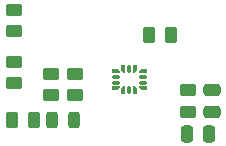
<source format=gbr>
%TF.GenerationSoftware,KiCad,Pcbnew,(6.0.6)*%
%TF.CreationDate,2022-09-15T15:55:45+09:00*%
%TF.ProjectId,LSM6DS3-breakout,4c534d36-4453-4332-9d62-7265616b6f75,rev?*%
%TF.SameCoordinates,Original*%
%TF.FileFunction,Paste,Top*%
%TF.FilePolarity,Positive*%
%FSLAX46Y46*%
G04 Gerber Fmt 4.6, Leading zero omitted, Abs format (unit mm)*
G04 Created by KiCad (PCBNEW (6.0.6)) date 2022-09-15 15:55:45*
%MOMM*%
%LPD*%
G01*
G04 APERTURE LIST*
G04 Aperture macros list*
%AMRoundRect*
0 Rectangle with rounded corners*
0 $1 Rounding radius*
0 $2 $3 $4 $5 $6 $7 $8 $9 X,Y pos of 4 corners*
0 Add a 4 corners polygon primitive as box body*
4,1,4,$2,$3,$4,$5,$6,$7,$8,$9,$2,$3,0*
0 Add four circle primitives for the rounded corners*
1,1,$1+$1,$2,$3*
1,1,$1+$1,$4,$5*
1,1,$1+$1,$6,$7*
1,1,$1+$1,$8,$9*
0 Add four rect primitives between the rounded corners*
20,1,$1+$1,$2,$3,$4,$5,0*
20,1,$1+$1,$4,$5,$6,$7,0*
20,1,$1+$1,$6,$7,$8,$9,0*
20,1,$1+$1,$8,$9,$2,$3,0*%
%AMFreePoly0*
4,1,48,0.036020,0.199191,0.037970,0.199714,0.040958,0.198321,0.057086,0.195477,0.069630,0.184951,0.084467,0.178033,0.290533,-0.028033,0.293203,-0.031847,0.294953,-0.032857,0.296081,-0.035957,0.305473,-0.049370,0.306900,-0.065680,0.312500,-0.081066,0.312500,-0.125000,0.310782,-0.134742,0.311361,-0.138024,0.309695,-0.140910,0.307977,-0.150652,0.295451,-0.165579,0.285709,-0.182453,
0.279350,-0.184767,0.275000,-0.189952,0.255809,-0.193336,0.237500,-0.200000,-0.237500,-0.200000,-0.247242,-0.198282,-0.250524,-0.198861,-0.253410,-0.197195,-0.263152,-0.195477,-0.278079,-0.182951,-0.294953,-0.173209,-0.297267,-0.166850,-0.302452,-0.162500,-0.305836,-0.143309,-0.312500,-0.125000,-0.312500,0.125000,-0.310782,0.134742,-0.311361,0.138024,-0.309695,0.140910,-0.307977,0.150652,
-0.295451,0.165579,-0.285709,0.182453,-0.279350,0.184767,-0.275000,0.189952,-0.255809,0.193336,-0.237500,0.200000,0.031434,0.200000,0.036020,0.199191,0.036020,0.199191,$1*%
%AMFreePoly1*
4,1,48,0.247242,0.198282,0.250524,0.198861,0.253410,0.197195,0.263152,0.195477,0.278079,0.182951,0.294953,0.173209,0.297267,0.166850,0.302452,0.162500,0.305836,0.143309,0.312500,0.125000,0.312500,0.081066,0.311691,0.076480,0.312214,0.074529,0.310820,0.071540,0.307977,0.055414,0.297452,0.042871,0.290533,0.028033,0.084467,-0.178033,0.080653,-0.180703,0.079643,-0.182453,
0.076543,-0.183581,0.063130,-0.192973,0.046819,-0.194400,0.031434,-0.200000,-0.237500,-0.200000,-0.247242,-0.198282,-0.250524,-0.198861,-0.253410,-0.197195,-0.263152,-0.195477,-0.278079,-0.182951,-0.294953,-0.173209,-0.297267,-0.166850,-0.302452,-0.162500,-0.305836,-0.143309,-0.312500,-0.125000,-0.312500,0.125000,-0.310782,0.134742,-0.311361,0.138024,-0.309695,0.140910,-0.307977,0.150652,
-0.295451,0.165579,-0.285709,0.182453,-0.279350,0.184767,-0.275000,0.189952,-0.255809,0.193336,-0.237500,0.200000,0.237500,0.200000,0.247242,0.198282,0.247242,0.198282,$1*%
%AMFreePoly2*
4,1,48,0.134742,0.310782,0.138024,0.311361,0.140910,0.309695,0.150652,0.307977,0.165579,0.295451,0.182453,0.285709,0.184767,0.279350,0.189952,0.275000,0.193336,0.255809,0.200000,0.237500,0.200000,-0.237500,0.198282,-0.247242,0.198861,-0.250524,0.197195,-0.253410,0.195477,-0.263152,0.182951,-0.278079,0.173209,-0.294953,0.166850,-0.297267,0.162500,-0.302452,0.143309,-0.305836,
0.125000,-0.312500,-0.125000,-0.312500,-0.134742,-0.310782,-0.138024,-0.311361,-0.140910,-0.309695,-0.150652,-0.307977,-0.165579,-0.295451,-0.182453,-0.285709,-0.184767,-0.279350,-0.189952,-0.275000,-0.193336,-0.255809,-0.200000,-0.237500,-0.200000,0.031434,-0.199191,0.036020,-0.199714,0.037970,-0.198321,0.040958,-0.195477,0.057086,-0.184951,0.069630,-0.178033,0.084467,0.028033,0.290533,
0.031847,0.293203,0.032857,0.294953,0.035957,0.296081,0.049370,0.305473,0.065680,0.306900,0.081066,0.312500,0.125000,0.312500,0.134742,0.310782,0.134742,0.310782,$1*%
%AMFreePoly3*
4,1,48,-0.076480,0.311691,-0.074530,0.312214,-0.071542,0.310821,-0.055414,0.307977,-0.042870,0.297451,-0.028033,0.290533,0.178033,0.084467,0.180703,0.080653,0.182453,0.079643,0.183581,0.076543,0.192973,0.063130,0.194400,0.046820,0.200000,0.031434,0.200000,-0.237500,0.198282,-0.247242,0.198861,-0.250524,0.197195,-0.253410,0.195477,-0.263152,0.182951,-0.278079,0.173209,-0.294953,
0.166850,-0.297267,0.162500,-0.302452,0.143309,-0.305836,0.125000,-0.312500,-0.125000,-0.312500,-0.134742,-0.310782,-0.138024,-0.311361,-0.140910,-0.309695,-0.150652,-0.307977,-0.165579,-0.295451,-0.182453,-0.285709,-0.184767,-0.279350,-0.189952,-0.275000,-0.193336,-0.255809,-0.200000,-0.237500,-0.200000,0.237500,-0.198282,0.247242,-0.198861,0.250524,-0.197195,0.253410,-0.195477,0.263152,
-0.182951,0.278079,-0.173209,0.294953,-0.166850,0.297267,-0.162500,0.302452,-0.143309,0.305836,-0.125000,0.312500,-0.081066,0.312500,-0.076480,0.311691,-0.076480,0.311691,$1*%
%AMFreePoly4*
4,1,48,0.247242,0.198282,0.250524,0.198861,0.253410,0.197195,0.263152,0.195477,0.278079,0.182951,0.294953,0.173209,0.297267,0.166850,0.302452,0.162500,0.305836,0.143309,0.312500,0.125000,0.312500,-0.125000,0.310782,-0.134742,0.311361,-0.138024,0.309695,-0.140910,0.307977,-0.150652,0.295451,-0.165579,0.285709,-0.182453,0.279350,-0.184767,0.275000,-0.189952,0.255809,-0.193336,
0.237500,-0.200000,-0.031434,-0.200000,-0.036020,-0.199191,-0.037971,-0.199714,-0.040960,-0.198320,-0.057086,-0.195477,-0.069629,-0.184952,-0.084467,-0.178033,-0.290533,0.028033,-0.293203,0.031847,-0.294953,0.032857,-0.296081,0.035957,-0.305473,0.049370,-0.306900,0.065681,-0.312500,0.081066,-0.312500,0.125000,-0.310782,0.134742,-0.311361,0.138024,-0.309695,0.140910,-0.307977,0.150652,
-0.295451,0.165579,-0.285709,0.182453,-0.279350,0.184767,-0.275000,0.189952,-0.255809,0.193336,-0.237500,0.200000,0.237500,0.200000,0.247242,0.198282,0.247242,0.198282,$1*%
%AMFreePoly5*
4,1,48,0.247242,0.198282,0.250524,0.198861,0.253410,0.197195,0.263152,0.195477,0.278079,0.182951,0.294953,0.173209,0.297267,0.166850,0.302452,0.162500,0.305836,0.143309,0.312500,0.125000,0.312500,-0.125000,0.310782,-0.134742,0.311361,-0.138024,0.309695,-0.140910,0.307977,-0.150652,0.295451,-0.165579,0.285709,-0.182453,0.279350,-0.184767,0.275000,-0.189952,0.255809,-0.193336,
0.237500,-0.200000,-0.237500,-0.200000,-0.247242,-0.198282,-0.250524,-0.198861,-0.253410,-0.197195,-0.263152,-0.195477,-0.278079,-0.182951,-0.294953,-0.173209,-0.297267,-0.166850,-0.302452,-0.162500,-0.305836,-0.143309,-0.312500,-0.125000,-0.312500,-0.081066,-0.311691,-0.076480,-0.312214,-0.074530,-0.310821,-0.071542,-0.307977,-0.055414,-0.297451,-0.042870,-0.290533,-0.028033,-0.084467,0.178033,
-0.080653,0.180703,-0.079643,0.182453,-0.076543,0.183581,-0.063130,0.192973,-0.046820,0.194400,-0.031434,0.200000,0.237500,0.200000,0.247242,0.198282,0.247242,0.198282,$1*%
%AMFreePoly6*
4,1,48,0.134742,0.310782,0.138024,0.311361,0.140910,0.309695,0.150652,0.307977,0.165579,0.295451,0.182453,0.285709,0.184767,0.279350,0.189952,0.275000,0.193336,0.255809,0.200000,0.237500,0.200000,-0.031434,0.199191,-0.036020,0.199714,-0.037971,0.198320,-0.040960,0.195477,-0.057086,0.184952,-0.069629,0.178033,-0.084467,-0.028033,-0.290533,-0.031847,-0.293203,-0.032857,-0.294953,
-0.035957,-0.296081,-0.049370,-0.305473,-0.065681,-0.306900,-0.081066,-0.312500,-0.125000,-0.312500,-0.134742,-0.310782,-0.138024,-0.311361,-0.140910,-0.309695,-0.150652,-0.307977,-0.165579,-0.295451,-0.182453,-0.285709,-0.184767,-0.279350,-0.189952,-0.275000,-0.193336,-0.255809,-0.200000,-0.237500,-0.200000,0.237500,-0.198282,0.247242,-0.198861,0.250524,-0.197195,0.253410,-0.195477,0.263152,
-0.182951,0.278079,-0.173209,0.294953,-0.166850,0.297267,-0.162500,0.302452,-0.143309,0.305836,-0.125000,0.312500,0.125000,0.312500,0.134742,0.310782,0.134742,0.310782,$1*%
%AMFreePoly7*
4,1,48,0.134742,0.310782,0.138024,0.311361,0.140910,0.309695,0.150652,0.307977,0.165579,0.295451,0.182453,0.285709,0.184767,0.279350,0.189952,0.275000,0.193336,0.255809,0.200000,0.237500,0.200000,-0.237500,0.198282,-0.247242,0.198861,-0.250524,0.197195,-0.253410,0.195477,-0.263152,0.182951,-0.278079,0.173209,-0.294953,0.166850,-0.297267,0.162500,-0.302452,0.143309,-0.305836,
0.125000,-0.312500,0.081066,-0.312500,0.076480,-0.311691,0.074529,-0.312214,0.071540,-0.310820,0.055414,-0.307977,0.042871,-0.297452,0.028033,-0.290533,-0.178033,-0.084467,-0.180703,-0.080653,-0.182453,-0.079643,-0.183581,-0.076543,-0.192973,-0.063130,-0.194400,-0.046819,-0.200000,-0.031434,-0.200000,0.237500,-0.198282,0.247242,-0.198861,0.250524,-0.197195,0.253410,-0.195477,0.263152,
-0.182951,0.278079,-0.173209,0.294953,-0.166850,0.297267,-0.162500,0.302452,-0.143309,0.305836,-0.125000,0.312500,0.125000,0.312500,0.134742,0.310782,0.134742,0.310782,$1*%
G04 Aperture macros list end*
%ADD10RoundRect,0.250000X-0.250000X-0.475000X0.250000X-0.475000X0.250000X0.475000X-0.250000X0.475000X0*%
%ADD11RoundRect,0.250000X0.262500X0.450000X-0.262500X0.450000X-0.262500X-0.450000X0.262500X-0.450000X0*%
%ADD12RoundRect,0.250000X0.450000X-0.262500X0.450000X0.262500X-0.450000X0.262500X-0.450000X-0.262500X0*%
%ADD13FreePoly0,0.000000*%
%ADD14RoundRect,0.100000X-0.212500X-0.100000X0.212500X-0.100000X0.212500X0.100000X-0.212500X0.100000X0*%
%ADD15FreePoly1,0.000000*%
%ADD16FreePoly2,0.000000*%
%ADD17RoundRect,0.100000X-0.100000X-0.212500X0.100000X-0.212500X0.100000X0.212500X-0.100000X0.212500X0*%
%ADD18FreePoly3,0.000000*%
%ADD19FreePoly4,0.000000*%
%ADD20FreePoly5,0.000000*%
%ADD21FreePoly6,0.000000*%
%ADD22FreePoly7,0.000000*%
%ADD23RoundRect,0.250000X-0.450000X0.262500X-0.450000X-0.262500X0.450000X-0.262500X0.450000X0.262500X0*%
%ADD24RoundRect,0.250000X-0.262500X-0.450000X0.262500X-0.450000X0.262500X0.450000X-0.262500X0.450000X0*%
%ADD25RoundRect,0.243750X0.243750X0.456250X-0.243750X0.456250X-0.243750X-0.456250X0.243750X-0.456250X0*%
%ADD26RoundRect,0.250000X-0.475000X0.250000X-0.475000X-0.250000X0.475000X-0.250000X0.475000X0.250000X0*%
G04 APERTURE END LIST*
D10*
%TO.C,C1*%
X129850000Y-84600000D03*
X131750000Y-84600000D03*
%TD*%
D11*
%TO.C,R3*%
X128512500Y-76200000D03*
X126687500Y-76200000D03*
%TD*%
D12*
%TO.C,FB1*%
X130000000Y-82712500D03*
X130000000Y-80887500D03*
%TD*%
D13*
%TO.C,U1*%
X123837500Y-79250000D03*
D14*
X123837500Y-79750000D03*
X123837500Y-80250000D03*
D15*
X123837500Y-80750000D03*
D16*
X124500000Y-80912500D03*
D17*
X125000000Y-80912500D03*
D18*
X125500000Y-80912500D03*
D19*
X126162500Y-80750000D03*
D14*
X126162500Y-80250000D03*
X126162500Y-79750000D03*
D20*
X126162500Y-79250000D03*
D21*
X125500000Y-79087500D03*
D17*
X125000000Y-79087500D03*
D22*
X124500000Y-79087500D03*
%TD*%
D23*
%TO.C,R6*%
X120400000Y-79487500D03*
X120400000Y-81312500D03*
%TD*%
%TO.C,R2*%
X115200000Y-74087500D03*
X115200000Y-75912500D03*
%TD*%
D24*
%TO.C,R1*%
X115087500Y-83400000D03*
X116912500Y-83400000D03*
%TD*%
D25*
%TO.C,D1*%
X120337500Y-83400000D03*
X118462500Y-83400000D03*
%TD*%
D12*
%TO.C,R4*%
X115200000Y-80312500D03*
X115200000Y-78487500D03*
%TD*%
D26*
%TO.C,C2*%
X132000000Y-80850000D03*
X132000000Y-82750000D03*
%TD*%
D12*
%TO.C,R5*%
X118400000Y-81312500D03*
X118400000Y-79487500D03*
%TD*%
M02*

</source>
